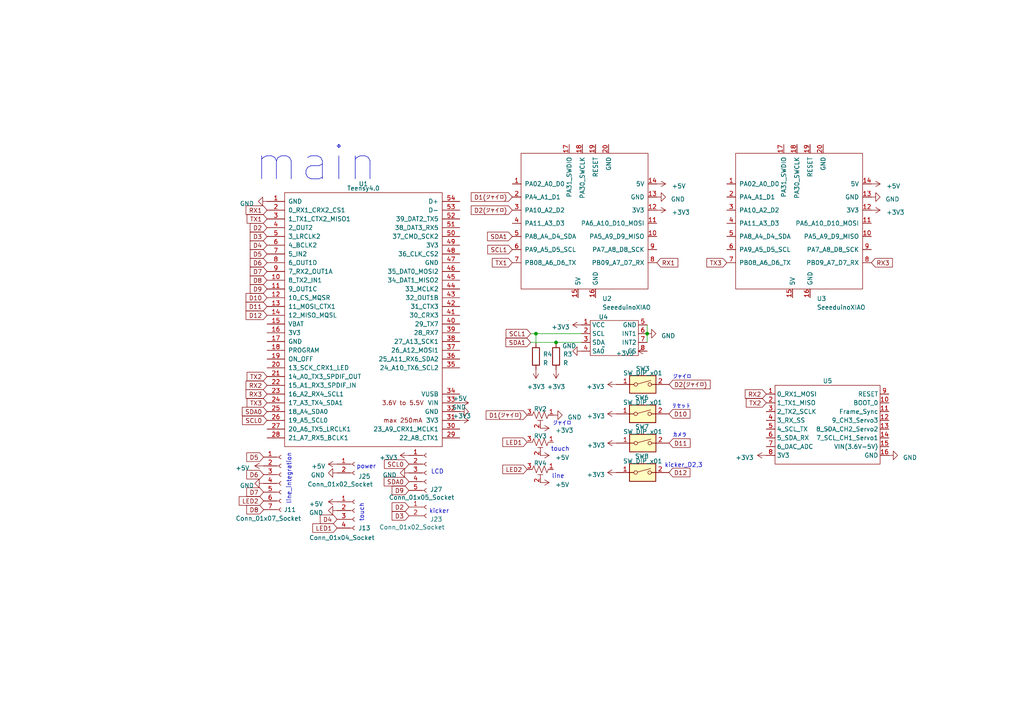
<source format=kicad_sch>
(kicad_sch (version 20230121) (generator eeschema)
  (paper "A4")
  (lib_symbols
    (symbol "Connector:Conn_01x02_Socket" (pin_names (offset 1.016) hide)
      (property "Reference" "J" (at 0 2.54 0))
      (property "Value" "Conn_01x02_Socket" (at 0 -5.08 0))
      (symbol "Conn_01x02_Socket_1_1"
        (arc (start 0 -2.032) (mid -0.5058 -2.54) (end 0 -3.048) (stroke (width 0.1524)))
        (polyline (pts (xy -1.27 -2.54) (xy -0.508 -2.54)) (stroke (width 0.1524)))
        (polyline (pts (xy -1.27 0) (xy -0.508 0)) (stroke (width 0.1524)))
        (arc (start 0 0.508) (mid -0.5058 0) (end 0 -0.508) (stroke (width 0.1524)))
        (pin passive line (at -5.08 0 0) (length 3.81) (name "Pin_1") (number "1"))
        (pin passive line (at -5.08 -2.54 0) (length 3.81) (name "Pin_2") (number "2"))
      )
    )
    (symbol "Connector:Conn_01x04_Socket" (pin_names (offset 1.016) hide)
      (property "Reference" "J" (at 0 5.08 0))
      (property "Value" "Conn_01x04_Socket" (at 0 -7.62 0))
      (symbol "Conn_01x04_Socket_1_1"
        (arc (start 0 -4.572) (mid -0.5058 -5.08) (end 0 -5.588) (stroke (width 0.1524)))
        (arc (start 0 -2.032) (mid -0.5058 -2.54) (end 0 -3.048) (stroke (width 0.1524)))
        (polyline (pts (xy -1.27 -5.08) (xy -0.508 -5.08)) (stroke (width 0.1524)))
        (polyline (pts (xy -1.27 -2.54) (xy -0.508 -2.54)) (stroke (width 0.1524)))
        (polyline (pts (xy -1.27 0) (xy -0.508 0)) (stroke (width 0.1524)))
        (polyline (pts (xy -1.27 2.54) (xy -0.508 2.54)) (stroke (width 0.1524)))
        (arc (start 0 0.508) (mid -0.5058 0) (end 0 -0.508) (stroke (width 0.1524)))
        (arc (start 0 3.048) (mid -0.5058 2.54) (end 0 2.032) (stroke (width 0.1524)))
        (pin passive line (at -5.08 2.54 0) (length 3.81) (name "Pin_1") (number "1"))
        (pin passive line (at -5.08 0 0) (length 3.81) (name "Pin_2") (number "2"))
        (pin passive line (at -5.08 -2.54 0) (length 3.81) (name "Pin_3") (number "3"))
        (pin passive line (at -5.08 -5.08 0) (length 3.81) (name "Pin_4") (number "4"))
      )
    )
    (symbol "Connector:Conn_01x05_Socket" (pin_names (offset 1.016) hide)
      (property "Reference" "J" (at 0 7.62 0))
      (property "Value" "Conn_01x05_Socket" (at 0 -7.62 0))
      (symbol "Conn_01x05_Socket_1_1"
        (arc (start 0 -4.572) (mid -0.5058 -5.08) (end 0 -5.588) (stroke (width 0.1524)))
        (arc (start 0 -2.032) (mid -0.5058 -2.54) (end 0 -3.048) (stroke (width 0.1524)))
        (polyline (pts (xy -1.27 -5.08) (xy -0.508 -5.08)) (stroke (width 0.1524)))
        (polyline (pts (xy -1.27 -2.54) (xy -0.508 -2.54)) (stroke (width 0.1524)))
        (polyline (pts (xy -1.27 0) (xy -0.508 0)) (stroke (width 0.1524)))
        (polyline (pts (xy -1.27 2.54) (xy -0.508 2.54)) (stroke (width 0.1524)))
        (polyline (pts (xy -1.27 5.08) (xy -0.508 5.08)) (stroke (width 0.1524)))
        (arc (start 0 0.508) (mid -0.5058 0) (end 0 -0.508) (stroke (width 0.1524)))
        (arc (start 0 3.048) (mid -0.5058 2.54) (end 0 2.032) (stroke (width 0.1524)))
        (arc (start 0 5.588) (mid -0.5058 5.08) (end 0 4.572) (stroke (width 0.1524)))
        (pin passive line (at -5.08 5.08 0) (length 3.81) (name "Pin_1") (number "1"))
        (pin passive line (at -5.08 2.54 0) (length 3.81) (name "Pin_2") (number "2"))
        (pin passive line (at -5.08 0 0) (length 3.81) (name "Pin_3") (number "3"))
        (pin passive line (at -5.08 -2.54 0) (length 3.81) (name "Pin_4") (number "4"))
        (pin passive line (at -5.08 -5.08 0) (length 3.81) (name "Pin_5") (number "5"))
      )
    )
    (symbol "Connector:Conn_01x07_Socket" (pin_names (offset 1.016) hide)
      (property "Reference" "J" (at 0 10.16 0))
      (property "Value" "Conn_01x07_Socket" (at 0 -10.16 0))
      (symbol "Conn_01x07_Socket_1_1"
        (arc (start 0 -7.112) (mid -0.5058 -7.62) (end 0 -8.128) (stroke (width 0.1524)))
        (arc (start 0 -4.572) (mid -0.5058 -5.08) (end 0 -5.588) (stroke (width 0.1524)))
        (arc (start 0 -2.032) (mid -0.5058 -2.54) (end 0 -3.048) (stroke (width 0.1524)))
        (polyline (pts (xy -1.27 -7.62) (xy -0.508 -7.62)) (stroke (width 0.1524)))
        (polyline (pts (xy -1.27 -5.08) (xy -0.508 -5.08)) (stroke (width 0.1524)))
        (polyline (pts (xy -1.27 -2.54) (xy -0.508 -2.54)) (stroke (width 0.1524)))
        (polyline (pts (xy -1.27 0) (xy -0.508 0)) (stroke (width 0.1524)))
        (polyline (pts (xy -1.27 2.54) (xy -0.508 2.54)) (stroke (width 0.1524)))
        (polyline (pts (xy -1.27 5.08) (xy -0.508 5.08)) (stroke (width 0.1524)))
        (polyline (pts (xy -1.27 7.62) (xy -0.508 7.62)) (stroke (width 0.1524)))
        (arc (start 0 0.508) (mid -0.5058 0) (end 0 -0.508) (stroke (width 0.1524)))
        (arc (start 0 3.048) (mid -0.5058 2.54) (end 0 2.032) (stroke (width 0.1524)))
        (arc (start 0 5.588) (mid -0.5058 5.08) (end 0 4.572) (stroke (width 0.1524)))
        (arc (start 0 8.128) (mid -0.5058 7.62) (end 0 7.112) (stroke (width 0.1524)))
        (pin passive line (at -5.08 7.62 0) (length 3.81) (name "Pin_1") (number "1"))
        (pin passive line (at -5.08 5.08 0) (length 3.81) (name "Pin_2") (number "2"))
        (pin passive line (at -5.08 2.54 0) (length 3.81) (name "Pin_3") (number "3"))
        (pin passive line (at -5.08 0 0) (length 3.81) (name "Pin_4") (number "4"))
        (pin passive line (at -5.08 -2.54 0) (length 3.81) (name "Pin_5") (number "5"))
        (pin passive line (at -5.08 -5.08 0) (length 3.81) (name "Pin_6") (number "6"))
        (pin passive line (at -5.08 -7.62 0) (length 3.81) (name "Pin_7") (number "7"))
      )
    )
    (symbol "Device:R" (pin_numbers hide) (pin_names (offset 0))
      (property "Reference" "R" (at 2.032 0 90))
      (property "Value" "R" (at 0 0 90))
      (symbol "R_0_1"
        (rectangle (start -1.016 -2.54) (end 1.016 2.54) (stroke (width 0.254)))
      )
      (symbol "R_1_1"
        (pin passive line (at 0 3.81 270) (length 1.27) (name "~") (number "1"))
        (pin passive line (at 0 -3.81 90) (length 1.27) (name "~") (number "2"))
      )
    )
    (symbol "Device:R_Potentiometer_Trim_US" (pin_names (offset 1.016) hide)
      (property "Reference" "RV" (at -4.445 0 90))
      (property "Value" "R_Potentiometer_Trim_US" (at -2.54 0 90))
      (symbol "R_Potentiometer_Trim_US_0_1"
        (polyline (pts (xy 0 -2.286) (xy 0 -2.54)))
        (polyline (pts (xy 0 2.286) (xy 0 2.54)))
        (polyline (pts (xy 1.524 0.762) (xy 1.524 -0.762)))
        (polyline (pts (xy 2.54 0) (xy 1.524 0)))
        (polyline (pts (xy 0 -0.762) (xy 1.016 -1.143) (xy 0 -1.524) (xy -1.016 -1.905) (xy 0 -2.286)))
        (polyline (pts (xy 0 0.762) (xy 1.016 0.381) (xy 0 0) (xy -1.016 -0.381) (xy 0 -0.762)))
        (polyline (pts (xy 0 2.286) (xy 1.016 1.905) (xy 0 1.524) (xy -1.016 1.143) (xy 0 0.762)))
      )
      (symbol "R_Potentiometer_Trim_US_1_1"
        (pin passive line (at 0 3.81 270) (length 1.27) (name "1") (number "1"))
        (pin passive line (at 3.81 0 180) (length 1.27) (name "2") (number "2"))
        (pin passive line (at 0 -3.81 90) (length 1.27) (name "3") (number "3"))
      )
    )
    (symbol "L3GD20H_Module:L3GD20H_module"
      (property "Reference" "U" (at 0 0 0))
      (symbol "L3GD20H_module_0_1"
        (rectangle (start -12.7 5.08) (end -12.7 5.08))
        (rectangle (start -6.35 5.08) (end 7.62 -5.08))
      )
      (symbol "L3GD20H_module_1_1"
        (pin power_in line (at -8.89 3.81 0) (length 2.54) (name "VCC") (number "1"))
        (pin output line (at -8.89 1.27 0) (length 2.54) (name "SCL") (number "2"))
        (pin output line (at -8.89 -1.27 0) (length 2.54) (name "SDA") (number "3"))
        (pin output line (at -8.89 -3.81 0) (length 2.54) (name "SA0") (number "4"))
        (pin output line (at 10.16 3.81 180) (length 2.54) (name "GND") (number "5"))
        (pin output line (at 10.16 1.27 180) (length 2.54) (name "INT1") (number "6"))
        (pin output line (at 10.16 -1.27 180) (length 2.54) (name "INT2") (number "7"))
        (pin output line (at 10.16 -3.81 180) (length 2.54) (name "CS") (number "8"))
      )
    )
    (symbol "Open MV:Open_MV"
      (property "Reference" "U" (at 0 7.62 0))
      (symbol "Open_MV_0_1"
        (rectangle (start -15.24 10.16) (end 15.24 -12.7))
      )
      (symbol "Open_MV_1_1"
        (pin input line (at -17.78 7.62 0) (length 2.54) (name "0_RX1_MOSI") (number "1"))
        (pin input line (at 17.78 5.08 180) (length 2.54) (name "BOOT_0") (number "10"))
        (pin input line (at 17.78 2.54 180) (length 2.54) (name "Frame_Sync") (number "11"))
        (pin input line (at 17.78 0 180) (length 2.54) (name "9_CH3_Servo3") (number "12"))
        (pin input line (at 17.78 -2.54 180) (length 2.54) (name "8_SDA_CH2_Servo2") (number "13"))
        (pin input line (at 17.78 -5.08 180) (length 2.54) (name "7_SCL_CH1_Servo1") (number "14"))
        (pin input line (at 17.78 -7.62 180) (length 2.54) (name "VIN(3.6V-5V)") (number "15"))
        (pin input line (at 17.78 -10.16 180) (length 2.54) (name "GND") (number "16"))
        (pin input line (at -17.78 5.08 0) (length 2.54) (name "1_TX1_MISO") (number "2"))
        (pin input line (at -17.78 2.54 0) (length 2.54) (name "2_TX2_SCLK") (number "3"))
        (pin input line (at -17.78 0 0) (length 2.54) (name "3_RX_SS") (number "4"))
        (pin input line (at -17.78 -2.54 0) (length 2.54) (name "4_SCL_TX") (number "5"))
        (pin input line (at -17.78 -5.08 0) (length 2.54) (name "5_SDA_RX") (number "6"))
        (pin input line (at -17.78 -7.62 0) (length 2.54) (name "6_DAC_ADC") (number "7"))
        (pin input line (at -17.78 -10.16 0) (length 2.54) (name "3V3") (number "8"))
        (pin input line (at 17.78 7.62 180) (length 2.54) (name "RESET") (number "9"))
      )
    )
    (symbol "Seeeduino XIAO:SeeeduinoXIAO" (pin_names (offset 1.016))
      (property "Reference" "U" (at -19.05 22.86 0))
      (property "Value" "SeeeduinoXIAO" (at -12.7 21.59 0))
      (symbol "SeeeduinoXIAO_0_1"
        (rectangle (start -19.05 20.32) (end 17.78 -19.05))
      )
      (symbol "SeeeduinoXIAO_1_1"
        (pin unspecified line (at -21.59 11.43 0) (length 2.54) (name "PA02_A0_D0") (number "1"))
        (pin unspecified line (at 20.32 -3.81 180) (length 2.54) (name "PA5_A9_D9_MISO") (number "10"))
        (pin unspecified line (at 20.32 0 180) (length 2.54) (name "PA6_A10_D10_MOSI") (number "11"))
        (pin unspecified line (at 20.32 3.81 180) (length 2.54) (name "3V3") (number "12"))
        (pin unspecified line (at 20.32 7.62 180) (length 2.54) (name "GND") (number "13"))
        (pin unspecified line (at 20.32 11.43 180) (length 2.54) (name "5V") (number "14"))
        (pin input line (at -2.54 -21.59 90) (length 2.54) (name "5V") (number "15"))
        (pin input line (at 2.54 -21.59 90) (length 2.54) (name "GND") (number "16"))
        (pin input line (at -5.08 22.86 270) (length 2.54) (name "PA31_SWDIO") (number "17"))
        (pin input line (at -1.27 22.86 270) (length 2.54) (name "PA30_SWCLK") (number "18"))
        (pin input line (at 2.54 22.86 270) (length 2.54) (name "RESET") (number "19"))
        (pin unspecified line (at -21.59 7.62 0) (length 2.54) (name "PA4_A1_D1") (number "2"))
        (pin input line (at 6.35 22.86 270) (length 2.54) (name "GND") (number "20"))
        (pin unspecified line (at -21.59 3.81 0) (length 2.54) (name "PA10_A2_D2") (number "3"))
        (pin unspecified line (at -21.59 0 0) (length 2.54) (name "PA11_A3_D3") (number "4"))
        (pin unspecified line (at -21.59 -3.81 0) (length 2.54) (name "PA8_A4_D4_SDA") (number "5"))
        (pin unspecified line (at -21.59 -7.62 0) (length 2.54) (name "PA9_A5_D5_SCL") (number "6"))
        (pin unspecified line (at -21.59 -11.43 0) (length 2.54) (name "PB08_A6_D6_TX") (number "7"))
        (pin unspecified line (at 20.32 -11.43 180) (length 2.54) (name "PB09_A7_D7_RX") (number "8"))
        (pin unspecified line (at 20.32 -7.62 180) (length 2.54) (name "PA7_A8_D8_SCK") (number "9"))
      )
    )
    (symbol "Switch:SW_DIP_x01" (pin_names (offset 0) hide)
      (property "Reference" "SW" (at 0 3.81 0))
      (property "Value" "SW_DIP_x01" (at 0 -3.81 0))
      (symbol "SW_DIP_x01_0_0"
        (circle (center -2.032 0) (radius 0.508))
        (polyline (pts (xy -1.524 0.127) (xy 2.3622 1.1684)))
        (circle (center 2.032 0) (radius 0.508))
      )
      (symbol "SW_DIP_x01_0_1"
        (rectangle (start -3.81 2.54) (end 3.81 -2.54) (stroke (width 0.254)) (fill (type background)))
      )
      (symbol "SW_DIP_x01_1_1"
        (pin passive line (at -7.62 0 0) (length 5.08) (name "~") (number "1"))
        (pin passive line (at 7.62 0 180) (length 5.08) (name "~") (number "2"))
      )
    )
    (symbol "power:+3V3" (power) (pin_names (offset 0))
      (property "Value" "+3V3" (at 0 3.556 0))
      (symbol "+3V3_0_1"
        (polyline (pts (xy -0.762 1.27) (xy 0 2.54)))
        (polyline (pts (xy 0 0) (xy 0 2.54)))
        (polyline (pts (xy 0 2.54) (xy 0.762 1.27)))
      )
      (symbol "+3V3_1_1"
        (pin power_in line (at 0 0 90) (length 0) hide (name "+3V3") (number "1"))
      )
    )
    (symbol "power:+5V" (power) (pin_names (offset 0))
      (property "Value" "+5V" (at 0 3.556 0))
      (symbol "+5V_0_1"
        (polyline (pts (xy -0.762 1.27) (xy 0 2.54)))
        (polyline (pts (xy 0 0) (xy 0 2.54)))
        (polyline (pts (xy 0 2.54) (xy 0.762 1.27)))
      )
      (symbol "+5V_1_1"
        (pin power_in line (at 0 0 90) (length 0) hide (name "+5V") (number "1"))
      )
    )
    (symbol "power:GND" (power) (pin_names (offset 0))
      (property "Value" "GND" (at 0 -3.81 0))
      (symbol "GND_0_1"
        (polyline (pts (xy 0 0) (xy 0 -1.27) (xy 1.27 -1.27) (xy 0 -2.54) (xy -1.27 -1.27) (xy 0 -1.27)))
      )
      (symbol "GND_1_1"
        (pin power_in line (at 0 0 270) (length 0) hide (name "GND") (number "1"))
      )
    )
    (symbol "teensy:Teensy4.0" (pin_names (offset 1.016))
      (property "Reference" "U" (at 0 39.37 0))
      (property "Value" "Teensy4.0" (at 0 -39.37 0))
      (symbol "Teensy4.0_0_0"
        (text "3.6V to 5.5V" (at 11.43 -24.13 0) (effects (font (size 1.27 1.27))))
        (text "max 250mA" (at 11.43 -29.21 0) (effects (font (size 1.27 1.27))))
        (pin bidirectional line (at -27.94 11.43 0) (length 5.08) (name "8_TX2_IN1") (number "10"))
        (pin bidirectional line (at -27.94 8.89 0) (length 5.08) (name "9_OUT1C") (number "11"))
        (pin bidirectional line (at -27.94 6.35 0) (length 5.08) (name "10_CS_MQSR") (number "12"))
        (pin bidirectional line (at -27.94 3.81 0) (length 5.08) (name "11_MOSI_CTX1") (number "13"))
        (pin bidirectional line (at -27.94 1.27 0) (length 5.08) (name "12_MISO_MQSL") (number "14"))
        (pin power_in line (at -27.94 -1.27 0) (length 5.08) (name "VBAT") (number "15"))
        (pin power_in line (at -27.94 -3.81 0) (length 5.08) (name "3V3") (number "16"))
        (pin power_in line (at -27.94 -6.35 0) (length 5.08) (name "GND") (number "17"))
        (pin input line (at -27.94 -8.89 0) (length 5.08) (name "PROGRAM") (number "18"))
        (pin input line (at -27.94 -11.43 0) (length 5.08) (name "ON_OFF") (number "19"))
        (pin bidirectional line (at -27.94 -13.97 0) (length 5.08) (name "13_SCK_CRX1_LED") (number "20"))
        (pin bidirectional line (at -27.94 -16.51 0) (length 5.08) (name "14_A0_TX3_SPDIF_OUT") (number "21"))
        (pin bidirectional line (at -27.94 -19.05 0) (length 5.08) (name "15_A1_RX3_SPDIF_IN") (number "22"))
        (pin bidirectional line (at -27.94 -21.59 0) (length 5.08) (name "16_A2_RX4_SCL1") (number "23"))
        (pin bidirectional line (at -27.94 -24.13 0) (length 5.08) (name "17_A3_TX4_SDA1") (number "24"))
        (pin bidirectional line (at -27.94 -26.67 0) (length 5.08) (name "18_A4_SDA0") (number "25"))
        (pin bidirectional line (at -27.94 -29.21 0) (length 5.08) (name "19_A5_SCL0") (number "26"))
        (pin bidirectional line (at -27.94 -31.75 0) (length 5.08) (name "20_A6_TX5_LRCLK1") (number "27"))
        (pin bidirectional line (at -27.94 -34.29 0) (length 5.08) (name "21_A7_RX5_BCLK1") (number "28"))
        (pin bidirectional line (at 27.94 -34.29 180) (length 5.08) (name "22_A8_CTX1") (number "29"))
        (pin bidirectional line (at 27.94 -31.75 180) (length 5.08) (name "23_A9_CRX1_MCLK1") (number "30"))
        (pin power_out line (at 27.94 -29.21 180) (length 5.08) (name "3V3") (number "31"))
        (pin power_in line (at 27.94 -26.67 180) (length 5.08) (name "GND") (number "32"))
        (pin power_in line (at 27.94 -24.13 180) (length 5.08) (name "VIN") (number "33"))
        (pin power_out line (at 27.94 -21.59 180) (length 5.08) (name "VUSB") (number "34"))
        (pin bidirectional line (at 27.94 -13.97 180) (length 5.08) (name "24_A10_TX6_SCL2") (number "35"))
        (pin bidirectional line (at 27.94 -11.43 180) (length 5.08) (name "25_A11_RX6_SDA2") (number "36"))
        (pin bidirectional line (at 27.94 -8.89 180) (length 5.08) (name "26_A12_MOSI1") (number "37"))
        (pin bidirectional line (at 27.94 -6.35 180) (length 5.08) (name "27_A13_SCK1") (number "38"))
        (pin bidirectional line (at 27.94 -3.81 180) (length 5.08) (name "28_RX7") (number "39"))
        (pin bidirectional line (at 27.94 -1.27 180) (length 5.08) (name "29_TX7") (number "40"))
        (pin bidirectional line (at 27.94 1.27 180) (length 5.08) (name "30_CRX3") (number "41"))
        (pin bidirectional line (at 27.94 3.81 180) (length 5.08) (name "31_CTX3") (number "42"))
        (pin bidirectional line (at 27.94 6.35 180) (length 5.08) (name "32_OUT1B") (number "43"))
        (pin bidirectional line (at 27.94 8.89 180) (length 5.08) (name "33_MCLK2") (number "44"))
        (pin bidirectional line (at 27.94 11.43 180) (length 5.08) (name "34_DAT1_MISO2") (number "45"))
        (pin bidirectional line (at 27.94 13.97 180) (length 5.08) (name "35_DAT0_MOSI2") (number "46"))
        (pin power_out line (at 27.94 16.51 180) (length 5.08) (name "GND") (number "47"))
        (pin bidirectional line (at 27.94 19.05 180) (length 5.08) (name "36_CLK_CS2") (number "48"))
        (pin power_out line (at 27.94 21.59 180) (length 5.08) (name "3V3") (number "49"))
        (pin bidirectional line (at -27.94 24.13 0) (length 5.08) (name "3_LRCLK2") (number "5"))
        (pin bidirectional line (at 27.94 24.13 180) (length 5.08) (name "37_CMD_SCK2") (number "50"))
        (pin bidirectional line (at 27.94 26.67 180) (length 5.08) (name "38_DAT3_RX5") (number "51"))
        (pin bidirectional line (at 27.94 29.21 180) (length 5.08) (name "39_DAT2_TX5") (number "52"))
        (pin bidirectional line (at 27.94 31.75 180) (length 5.08) (name "D-") (number "53"))
        (pin bidirectional line (at 27.94 34.29 180) (length 5.08) (name "D+") (number "54"))
        (pin bidirectional line (at -27.94 21.59 0) (length 5.08) (name "4_BCLK2") (number "6"))
        (pin bidirectional line (at -27.94 19.05 0) (length 5.08) (name "5_IN2") (number "7"))
        (pin bidirectional line (at -27.94 16.51 0) (length 5.08) (name "6_OUT1D") (number "8"))
        (pin bidirectional line (at -27.94 13.97 0) (length 5.08) (name "7_RX2_OUT1A") (number "9"))
      )
      (symbol "Teensy4.0_0_1"
        (rectangle (start -22.86 36.83) (end 22.86 -36.83))
        (rectangle (start -20.32 -31.75) (end -20.32 -31.75))
      )
      (symbol "Teensy4.0_1_1"
        (pin power_in line (at -27.94 34.29 0) (length 5.08) (name "GND") (number "1"))
        (pin bidirectional line (at -27.94 31.75 0) (length 5.08) (name "0_RX1_CRX2_CS1") (number "2"))
        (pin bidirectional line (at -27.94 29.21 0) (length 5.08) (name "1_TX1_CTX2_MISO1") (number "3"))
        (pin bidirectional line (at -27.94 26.67 0) (length 5.08) (name "2_OUT2") (number "4"))
      )
    )
  )
  (junction (at 187.706 96.774))
  (junction (at 155.448 96.774))
  (junction (at 161.29 99.314))
  (wire (pts (xy 155.448 99.568) (xy 155.448 96.774)))
  (wire (pts (xy 161.29 99.568) (xy 161.29 99.314)))
  (wire (pts (xy 153.924 99.314) (xy 161.29 99.314)))
  (wire (pts (xy 153.924 96.774) (xy 155.448 96.774)))
  (wire (pts (xy 187.706 99.314) (xy 187.706 96.774)))
  (wire (pts (xy 161.29 99.314) (xy 168.656 99.314)))
  (wire (pts (xy 155.448 96.774) (xy 168.656 96.774)))
  (wire (pts (xy 187.706 96.774) (xy 187.706 94.234)))
  (text "line_integration" (at 84.582 146.304 90) (effects (font (size 1.27 1.27)) (justify left bottom)))
  (text "リセット" (at 194.7746 118.7655 0) (effects (font (size 1.27 1.27)) (justify left bottom)))
  (text "ジャイロ" (at 160.274 123.698 0) (effects (font (size 1.27 1.27)) (justify left bottom)))
  (text "LCD" (at 124.968 137.668 0) (effects (font (size 1.27 1.27)) (justify left bottom)))
  (text "power" (at 103.378 136.144 0) (effects (font (size 1.27 1.27)) (justify left bottom)))
  (text "main" (at 73.406 53.34 0) (effects (font (size 10 10)) (justify left bottom)))
  (text "カメラ" (at 195.0286 127.1475 0) (effects (font (size 1.27 1.27)) (justify left bottom)))
  (text "touch" (at 159.766 131.064 0) (effects (font (size 1.27 1.27)) (justify left bottom)))
  (text "line" (at 160.02 138.938 0) (effects (font (size 1.27 1.27)) (justify left bottom)))
  (text "touch" (at 105.664 151.384 90) (effects (font (size 1.27 1.27)) (justify left bottom)))
  (text "kicker" (at 124.46 149.098 0) (effects (font (size 1.27 1.27)) (justify left bottom)))
  (text "ジャイロ" (at 195.072 110.236 0) (effects (font (size 1.27 1.27)) (justify left bottom)))
  (text "kicker_D2,3" (at 192.7426 135.7835 0) (effects (font (size 1.27 1.27)) (justify left bottom)))
  (global_label "D9" (shape input) (at 118.618 142.24 180) (property "Intersheetrefs" "${INTERSHEET_REFS}" (effects hide)))
  (global_label "D2(ジャイロ)" (shape input) (at 148.59 60.96 180) (property "Intersheetrefs" "${INTERSHEET_REFS}" (effects hide)))
  (global_label "SDA0" (shape input) (at 118.618 139.7 180) (property "Intersheetrefs" "${INTERSHEET_REFS}" (effects hide)))
  (global_label "SCL1" (shape input) (at 153.924 96.774 180) (property "Intersheetrefs" "${INTERSHEET_REFS}" (effects hide)))
  (global_label "D1(ジャイロ)" (shape input) (at 148.59 57.15 180) (property "Intersheetrefs" "${INTERSHEET_REFS}" (effects hide)))
  (global_label "D4" (shape input) (at 97.79 150.622 180) (property "Intersheetrefs" "${INTERSHEET_REFS}" (effects hide)))
  (global_label "SDA1" (shape input) (at 153.924 99.314 180) (property "Intersheetrefs" "${INTERSHEET_REFS}" (effects hide)))
  (global_label "RX3" (shape input) (at 252.73 76.2 0) (property "Intersheetrefs" "${INTERSHEET_REFS}" (effects hide)))
  (global_label "D3" (shape input) (at 77.47 68.58 180) (property "Intersheetrefs" "${INTERSHEET_REFS}" (effects hide)))
  (global_label "TX2" (shape input) (at 77.47 109.22 180) (property "Intersheetrefs" "${INTERSHEET_REFS}" (effects hide)))
  (global_label "SDA0" (shape input) (at 77.47 119.38 180) (property "Intersheetrefs" "${INTERSHEET_REFS}" (effects hide)))
  (global_label "RX2" (shape input) (at 222.25 114.3 180) (property "Intersheetrefs" "${INTERSHEET_REFS}" (effects hide)))
  (global_label "TX3" (shape input) (at 77.47 116.84 180) (property "Intersheetrefs" "${INTERSHEET_REFS}" (effects hide)))
  (global_label "D2" (shape input) (at 77.47 66.04 180) (property "Intersheetrefs" "${INTERSHEET_REFS}" (effects hide)))
  (global_label "D3" (shape input) (at 118.618 149.606 180) (property "Intersheetrefs" "${INTERSHEET_REFS}" (effects hide)))
  (global_label "D6" (shape input) (at 76.454 137.668 180) (property "Intersheetrefs" "${INTERSHEET_REFS}" (effects hide)))
  (global_label "D10" (shape input) (at 77.47 86.36 180) (property "Intersheetrefs" "${INTERSHEET_REFS}" (effects hide)))
  (global_label "RX1" (shape input) (at 77.47 60.96 180) (property "Intersheetrefs" "${INTERSHEET_REFS}" (effects hide)))
  (global_label "D5" (shape input) (at 76.454 132.588 180) (property "Intersheetrefs" "${INTERSHEET_REFS}" (effects hide)))
  (global_label "TX2" (shape input) (at 222.25 116.84 180) (property "Intersheetrefs" "${INTERSHEET_REFS}" (effects hide)))
  (global_label "D11" (shape input) (at 194.056 128.524 0) (property "Intersheetrefs" "${INTERSHEET_REFS}" (effects hide)))
  (global_label "TX3" (shape input) (at 210.82 76.2 180) (property "Intersheetrefs" "${INTERSHEET_REFS}" (effects hide)))
  (global_label "D7" (shape input) (at 77.47 78.74 180) (property "Intersheetrefs" "${INTERSHEET_REFS}" (effects hide)))
  (global_label "D5" (shape input) (at 77.47 73.66 180) (property "Intersheetrefs" "${INTERSHEET_REFS}" (effects hide)))
  (global_label "D4" (shape input) (at 77.47 71.12 180) (property "Intersheetrefs" "${INTERSHEET_REFS}" (effects hide)))
  (global_label "RX3" (shape input) (at 77.47 114.3 180) (property "Intersheetrefs" "${INTERSHEET_REFS}" (effects hide)))
  (global_label "D6" (shape input) (at 77.47 76.2 180) (property "Intersheetrefs" "${INTERSHEET_REFS}" (effects hide)))
  (global_label "LED1" (shape input) (at 97.79 153.162 180) (property "Intersheetrefs" "${INTERSHEET_REFS}" (effects hide)))
  (global_label "LED2" (shape input) (at 152.908 136.144 180) (property "Intersheetrefs" "${INTERSHEET_REFS}" (effects hide)))
  (global_label "TX1" (shape input) (at 77.47 63.5 180) (property "Intersheetrefs" "${INTERSHEET_REFS}" (effects hide)))
  (global_label "LED1" (shape input) (at 152.908 128.27 180) (property "Intersheetrefs" "${INTERSHEET_REFS}" (effects hide)))
  (global_label "D1(ジャイロ)" (shape input) (at 152.908 120.396 180) (property "Intersheetrefs" "${INTERSHEET_REFS}" (effects hide)))
  (global_label "D7" (shape input) (at 76.454 142.748 180) (property "Intersheetrefs" "${INTERSHEET_REFS}" (effects hide)))
  (global_label "D10" (shape input) (at 194.0126 120.0355 0) (property "Intersheetrefs" "${INTERSHEET_REFS}" (effects hide)))
  (global_label "LED2" (shape input) (at 76.454 145.288 180) (property "Intersheetrefs" "${INTERSHEET_REFS}" (effects hide)))
  (global_label "D11" (shape input) (at 77.47 88.9 180) (property "Intersheetrefs" "${INTERSHEET_REFS}" (effects hide)))
  (global_label "SCL0" (shape input) (at 118.618 134.62 180) (property "Intersheetrefs" "${INTERSHEET_REFS}" (effects hide)))
  (global_label "D9" (shape input) (at 77.47 83.82 180) (property "Intersheetrefs" "${INTERSHEET_REFS}" (effects hide)))
  (global_label "D12" (shape input) (at 194.0126 137.0535 0) (property "Intersheetrefs" "${INTERSHEET_REFS}" (effects hide)))
  (global_label "D12" (shape input) (at 77.47 91.44 180) (property "Intersheetrefs" "${INTERSHEET_REFS}" (effects hide)))
  (global_label "D8" (shape input) (at 77.47 81.28 180) (property "Intersheetrefs" "${INTERSHEET_REFS}" (effects hide)))
  (global_label "TX1" (shape input) (at 148.59 76.2 180) (property "Intersheetrefs" "${INTERSHEET_REFS}" (effects hide)))
  (global_label "D8" (shape input) (at 76.454 147.828 180) (property "Intersheetrefs" "${INTERSHEET_REFS}" (effects hide)))
  (global_label "D2" (shape input) (at 118.618 147.066 180) (property "Intersheetrefs" "${INTERSHEET_REFS}" (effects hide)))
  (global_label "RX1" (shape input) (at 190.5 76.2 0) (property "Intersheetrefs" "${INTERSHEET_REFS}" (effects hide)))
  (global_label "RX2" (shape input) (at 77.47 111.76 180) (property "Intersheetrefs" "${INTERSHEET_REFS}" (effects hide)))
  (global_label "SDA1" (shape input) (at 148.59 68.58 180) (property "Intersheetrefs" "${INTERSHEET_REFS}" (effects hide)))
  (global_label "SCL1" (shape input) (at 148.59 72.39 180) (property "Intersheetrefs" "${INTERSHEET_REFS}" (effects hide)))
  (global_label "D2(ジャイロ)" (shape input) (at 194.056 111.506 0) (property "Intersheetrefs" "${INTERSHEET_REFS}" (effects hide)))
  (global_label "SCL0" (shape input) (at 77.47 121.92 180) (property "Intersheetrefs" "${INTERSHEET_REFS}" (effects hide)))
  (symbol (lib_id "Connector:Conn_01x02_Socket") (at 102.87 134.62 0) (unit 1)
    (property "Reference" "J25" (at 103.886 138.176 0) (effects (justify left)))
    (property "Value" "Conn_01x02_Socket" (at 89.154 140.462 0) (effects (justify left)))
    (property "Footprint" "Connector_JST:JST_XH_B2B-XH-A_1x02_P2.50mm_Vertical" (effects hide))
  )
  (symbol (lib_id "Switch:SW_DIP_x01") (at 186.3926 120.0355 0) (unit 1)
    (property "Reference" "SW6" (at 186.182 115.316 0))
    (property "Value" "SW_DIP_x01" (at 186.3926 116.7335 0))
    (property "Footprint" "Button_Switch_THT:SW_PUSH_6mm_H7.3mm" (effects hide))
  )
  (symbol (lib_id "power:+3V3") (at 133.35 121.92 270) (unit 1)
    (property "Reference" "#PWR09" (effects hide))
    (property "Value" "+3V3" (at 131.318 120.65 90) (effects (justify left)))
  )
  (symbol (lib_id "power:GND") (at 77.47 58.42 270) (unit 1)
    (property "Reference" "#PWR019" (effects hide))
    (property "Value" "GND" (at 73.66 59.055 90) (effects (justify right)))
  )
  (symbol (lib_id "power:+5V") (at 97.79 134.62 90) (unit 1)
    (property "Reference" "#PWR093" (effects hide))
    (property "Value" "+5V" (at 94.4025 135.255 90) (effects (justify left)))
  )
  (symbol (lib_id "power:+5V") (at 156.718 132.08 270) (unit 1)
    (property "Reference" "#PWR029" (effects hide))
    (property "Value" "+5V" (at 161.036 132.715 90) (effects (justify left)))
  )
  (symbol (lib_id "Connector:Conn_01x02_Socket") (at 123.698 147.066 0) (unit 1)
    (property "Reference" "J23" (at 124.714 150.622 0) (effects (justify left)))
    (property "Value" "Conn_01x02_Socket" (at 109.982 152.908 0) (effects (justify left)))
    (property "Footprint" "Connector_JST:JST_XH_B2B-XH-A_1x02_P2.50mm_Vertical" (effects hide))
  )
  (symbol (lib_id "teensy:Teensy4.0") (at 105.41 92.71 0) (unit 1)
    (property "Reference" "U1" (at 105.41 53.34 0))
    (property "Value" "Teensy4.0" (at 105.41 54.61 0))
    (property "Footprint" "teensy 4.0:teensy 4.0" (effects hide))
  )
  (symbol (lib_id "Device:R") (at 155.448 103.378 0) (unit 1)
    (property "Reference" "R4" (at 157.48 102.743 0) (effects (justify left)))
    (property "Value" "R" (at 157.48 105.283 0) (effects (justify left)))
    (property "Footprint" "Resistor_THT:R_Axial_DIN0204_L3.6mm_D1.6mm_P5.08mm_Horizontal" (effects hide))
  )
  (symbol (lib_id "Device:R_Potentiometer_Trim_US") (at 156.718 128.27 270) (unit 1)
    (property "Reference" "RV3" (at 156.718 126.492 90))
    (property "Value" "R_Potentiometer_Trim_US" (effects hide))
    (property "Footprint" "可変抵抗:可変抵抗" (effects hide))
  )
  (symbol (lib_id "Device:R_Potentiometer_Trim_US") (at 156.718 120.396 270) (unit 1)
    (property "Reference" "RV2" (at 156.718 118.618 90))
    (property "Value" "R_Potentiometer_Trim_US" (effects hide))
    (property "Footprint" "可変抵抗:可変抵抗" (effects hide))
  )
  (symbol (lib_id "power:+3V3") (at 156.718 124.206 270) (unit 1)
    (property "Reference" "#PWR020" (effects hide))
    (property "Value" "+3V3" (at 161.036 124.841 90) (effects (justify left)))
  )
  (symbol (lib_id "power:GND") (at 97.79 148.082 270) (unit 1)
    (property "Reference" "#PWR082" (effects hide))
    (property "Value" "GND" (at 93.726 148.717 90) (effects (justify right)))
  )
  (symbol (lib_id "power:GND") (at 97.79 137.16 270) (unit 1)
    (property "Reference" "#PWR094" (effects hide))
    (property "Value" "GND" (at 94.2327 137.795 90) (effects (justify right)))
  )
  (symbol (lib_id "power:GND") (at 187.706 96.774 90) (unit 1)
    (property "Reference" "#PWR014" (effects hide))
    (property "Value" "GND" (at 191.77 97.409 90) (effects (justify right)))
  )
  (symbol (lib_id "power:+5V") (at 97.79 145.542 90) (unit 1)
    (property "Reference" "#PWR081" (effects hide))
    (property "Value" "+5V" (at 93.7063 146.177 90) (effects (justify left)))
  )
  (symbol (lib_id "power:+3V3") (at 178.816 111.506 90) (unit 1)
    (property "Reference" "#PWR022" (effects hide))
    (property "Value" "+3V3" (at 175.3718 112.141 90) (effects (justify left)))
  )
  (symbol (lib_id "power:+3V3") (at 178.7726 120.0355 90) (unit 1)
    (property "Reference" "#PWR057" (effects hide))
    (property "Value" "+3V3" (at 175.4706 120.6705 90) (effects (justify left)))
  )
  (symbol (lib_id "power:+3V3") (at 178.816 128.524 90) (unit 1)
    (property "Reference" "#PWR058" (effects hide))
    (property "Value" "+3V3" (at 175.514 129.159 90) (effects (justify left)))
  )
  (symbol (lib_id "Open MV:Open_MV") (at 240.03 121.92 0) (unit 1)
    (property "Reference" "U5" (at 240.03 110.49 0))
    (property "Value" "~" (at 240.03 124.46 0))
    (property "Footprint" "OpenMV:OpenMV" (effects hide))
  )
  (symbol (lib_id "power:+3V3") (at 187.706 101.854 90) (unit 1)
    (property "Reference" "#PWR015" (effects hide))
    (property "Value" "+3V3" (at 183.896 102.489 90) (effects (justify left)))
  )
  (symbol (lib_id "Connector:Conn_01x04_Socket") (at 102.87 148.082 0) (unit 1)
    (property "Reference" "J13" (at 103.886 153.162 0) (effects (justify left)))
    (property "Value" "Conn_01x04_Socket" (at 89.662 155.956 0) (effects (justify left)))
    (property "Footprint" "Connector_JST:JST_XH_B4B-XH-A_1x04_P2.50mm_Vertical" (effects hide))
  )
  (symbol (lib_id "L3GD20H_Module:L3GD20H_module") (at 177.546 98.044 0) (unit 1)
    (property "Reference" "U4" (at 175.006 91.948 0))
    (property "Value" "~" (at 175.006 100.584 0))
    (property "Footprint" "L3GD20H_Module:L3GD20H_Module" (effects hide))
  )
  (symbol (lib_id "power:GND") (at 252.73 57.15 90) (unit 1)
    (property "Reference" "#PWR02" (effects hide))
    (property "Value" "GND" (at 256.794 57.785 90) (effects (justify right)))
  )
  (symbol (lib_id "power:+5V") (at 76.454 135.128 90) (unit 1)
    (property "Reference" "#PWR077" (effects hide))
    (property "Value" "+5V" (at 72.3703 135.763 90) (effects (justify left)))
  )
  (symbol (lib_id "power:+5V") (at 190.5 53.34 270) (unit 1)
    (property "Reference" "#PWR010" (effects hide))
    (property "Value" "+5V" (at 194.818 53.975 90) (effects (justify left)))
  )
  (symbol (lib_id "power:+3V3") (at 222.25 132.08 90) (unit 1)
    (property "Reference" "#PWR05" (effects hide))
    (property "Value" "+3V3" (at 218.6186 132.715 90) (effects (justify left)))
  )
  (symbol (lib_id "Seeeduino XIAO:SeeeduinoXIAO") (at 170.18 64.77 0) (unit 1)
    (property "Reference" "U2" (at 174.6759 86.614 0) (effects (justify left)))
    (property "Value" "SeeeduinoXIAO" (at 174.6759 89.154 0) (effects (justify left)))
    (property "Footprint" "Lib:seeeduinoXIAO" (effects hide))
  )
  (symbol (lib_id "Switch:SW_DIP_x01") (at 186.436 128.524 0) (unit 1)
    (property "Reference" "SW7" (at 186.2254 123.8045 0))
    (property "Value" "SW_DIP_x01" (at 186.436 125.222 0))
    (property "Footprint" "Button_Switch_THT:SW_PUSH_6mm_H7.3mm" (effects hide))
  )
  (symbol (lib_id "power:GND") (at 190.5 57.15 90) (unit 1)
    (property "Reference" "#PWR011" (effects hide))
    (property "Value" "GND" (at 194.564 57.785 90) (effects (justify right)))
  )
  (symbol (lib_id "power:GND") (at 160.528 120.396 90) (unit 1)
    (property "Reference" "#PWR021" (effects hide))
    (property "Value" "GND" (at 164.592 121.031 90) (effects (justify right)))
  )
  (symbol (lib_id "power:+5V") (at 156.718 139.954 270) (unit 1)
    (property "Reference" "#PWR033" (effects hide))
    (property "Value" "+5V" (at 161.036 140.589 90) (effects (justify left)))
  )
  (symbol (lib_id "power:+3V3") (at 155.448 107.188 180) (unit 1)
    (property "Reference" "#PWR018" (effects hide))
    (property "Value" "+3V3" (at 155.448 112.1846 0))
  )
  (symbol (lib_id "power:+3V3") (at 190.5 60.96 270) (unit 1)
    (property "Reference" "#PWR012" (effects hide))
    (property "Value" "+3V3" (at 194.818 61.595 90) (effects (justify left)))
  )
  (symbol (lib_id "power:GND") (at 133.35 119.38 90) (unit 1)
    (property "Reference" "#PWR08" (effects hide))
    (property "Value" "GND" (at 131.064 118.11 90) (effects (justify right)))
  )
  (symbol (lib_id "power:+3V3") (at 168.656 94.234 90) (unit 1)
    (property "Reference" "#PWR013" (effects hide))
    (property "Value" "+3V3" (at 165.2358 94.869 90) (effects (justify left)))
  )
  (symbol (lib_id "power:GND") (at 118.618 137.16 270) (unit 1)
    (property "Reference" "#PWR098" (effects hide))
    (property "Value" "GND" (at 115.0557 137.795 90) (effects (justify right)))
  )
  (symbol (lib_id "power:GND") (at 257.81 132.08 90) (unit 1)
    (property "Reference" "#PWR04" (effects hide))
    (property "Value" "GND" (at 261.8785 132.715 90) (effects (justify right)))
  )
  (symbol (lib_id "Device:R_Potentiometer_Trim_US") (at 156.718 136.144 270) (unit 1)
    (property "Reference" "RV4" (at 156.718 134.366 90))
    (property "Value" "R_Potentiometer_Trim_US" (effects hide))
    (property "Footprint" "可変抵抗:可変抵抗" (effects hide))
  )
  (symbol (lib_id "power:+3V3") (at 118.618 132.08 90) (unit 1)
    (property "Reference" "#PWR097" (effects hide))
    (property "Value" "+3V3" (at 115.316 132.715 90) (effects (justify left)))
  )
  (symbol (lib_id "power:GND") (at 76.454 140.208 270) (unit 1)
    (property "Reference" "#PWR078" (effects hide))
    (property "Value" "GND" (at 73.66 140.843 90) (effects (justify right)))
  )
  (symbol (lib_id "Seeeduino XIAO:SeeeduinoXIAO") (at 232.41 64.77 0) (unit 1)
    (property "Reference" "U3" (at 236.9059 86.614 0) (effects (justify left)))
    (property "Value" "SeeeduinoXIAO" (at 236.9059 89.154 0) (effects (justify left)))
    (property "Footprint" "Lib:seeeduinoXIAO" (effects hide))
  )
  (symbol (lib_id "power:GND") (at 168.656 101.854 270) (unit 1)
    (property "Reference" "#PWR016" (effects hide))
    (property "Value" "GND" (at 167.132 100.33 90) (effects (justify right)))
  )
  (symbol (lib_id "Switch:SW_DIP_x01") (at 186.436 111.506 0) (unit 1)
    (property "Reference" "SW3" (at 186.436 106.934 0))
    (property "Value" "SW_DIP_x01" (at 186.436 108.204 0))
    (property "Footprint" "Button_Switch_THT:SW_PUSH_6mm_H7.3mm" (effects hide))
  )
  (symbol (lib_id "Device:R") (at 161.29 103.378 0) (unit 1)
    (property "Reference" "R3" (at 163.322 102.743 0) (effects (justify left)))
    (property "Value" "R" (at 163.322 105.283 0) (effects (justify left)))
    (property "Footprint" "Resistor_THT:R_Axial_DIN0204_L3.6mm_D1.6mm_P5.08mm_Horizontal" (effects hide))
  )
  (symbol (lib_id "power:+5V") (at 252.73 53.34 270) (unit 1)
    (property "Reference" "#PWR01" (effects hide))
    (property "Value" "+5V" (at 257.048 53.975 90) (effects (justify left)))
  )
  (symbol (lib_id "power:+3V3") (at 161.29 107.188 180) (unit 1)
    (property "Reference" "#PWR017" (effects hide))
    (property "Value" "+3V3" (at 161.29 112.1846 0))
  )
  (symbol (lib_id "power:+3V3") (at 252.73 60.96 270) (unit 1)
    (property "Reference" "#PWR03" (effects hide))
    (property "Value" "+3V3" (at 257.048 61.595 90) (effects (justify left)))
  )
  (symbol (lib_id "Switch:SW_DIP_x01") (at 186.3926 137.0535 0) (unit 1)
    (property "Reference" "SW8" (at 186.182 132.334 0))
    (property "Value" "SW_DIP_x01" (at 186.3926 133.7515 0))
    (property "Footprint" "Button_Switch_THT:SW_PUSH_6mm_H7.3mm" (effects hide))
  )
  (symbol (lib_id "Connector:Conn_01x07_Socket") (at 81.534 140.208 0) (unit 1)
    (property "Reference" "J11" (at 82.296 147.828 0) (effects (justify left)))
    (property "Value" "Conn_01x07_Socket" (at 68.326 150.368 0) (effects (justify left)))
    (property "Footprint" "Connector_JST:JST_XH_B7B-XH-A_1x07_P2.50mm_Vertical" (effects hide))
  )
  (symbol (lib_id "Connector:Conn_01x05_Socket") (at 123.698 137.16 0) (unit 1)
    (property "Reference" "J27" (at 124.714 141.986 0) (effects (justify left)))
    (property "Value" "Conn_01x05_Socket" (at 112.776 144.272 0) (effects (justify left)))
    (property "Footprint" "Connector_JST:JST_XH_B5B-XH-A_1x05_P2.50mm_Vertical" (effects hide))
  )
  (symbol (lib_id "power:+3V3") (at 178.7726 137.0535 90) (unit 1)
    (property "Reference" "#PWR059" (effects hide))
    (property "Value" "+3V3" (at 175.4706 137.6885 90) (effects (justify left)))
  )
  (symbol (lib_id "power:+5V") (at 133.35 116.84 270) (unit 1)
    (property "Reference" "#PWR07" (effects hide))
    (property "Value" "+5V" (at 131.318 115.57 90) (effects (justify left)))
  )
)
</source>
